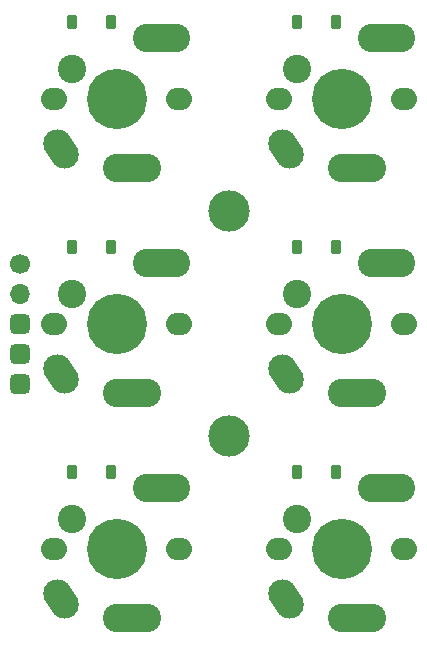
<source format=gbs>
G04 #@! TF.GenerationSoftware,KiCad,Pcbnew,7.0.5*
G04 #@! TF.CreationDate,2023-08-03T23:10:00+08:00*
G04 #@! TF.ProjectId,RB,52422e6b-6963-4616-945f-706362585858,rev?*
G04 #@! TF.SameCoordinates,Original*
G04 #@! TF.FileFunction,Soldermask,Bot*
G04 #@! TF.FilePolarity,Negative*
%FSLAX46Y46*%
G04 Gerber Fmt 4.6, Leading zero omitted, Abs format (unit mm)*
G04 Created by KiCad (PCBNEW 7.0.5) date 2023-08-03 23:10:00*
%MOMM*%
%LPD*%
G01*
G04 APERTURE LIST*
G04 Aperture macros list*
%AMRoundRect*
0 Rectangle with rounded corners*
0 $1 Rounding radius*
0 $2 $3 $4 $5 $6 $7 $8 $9 X,Y pos of 4 corners*
0 Add a 4 corners polygon primitive as box body*
4,1,4,$2,$3,$4,$5,$6,$7,$8,$9,$2,$3,0*
0 Add four circle primitives for the rounded corners*
1,1,$1+$1,$2,$3*
1,1,$1+$1,$4,$5*
1,1,$1+$1,$6,$7*
1,1,$1+$1,$8,$9*
0 Add four rect primitives between the rounded corners*
20,1,$1+$1,$2,$3,$4,$5,0*
20,1,$1+$1,$4,$5,$6,$7,0*
20,1,$1+$1,$6,$7,$8,$9,0*
20,1,$1+$1,$8,$9,$2,$3,0*%
%AMHorizOval*
0 Thick line with rounded ends*
0 $1 width*
0 $2 $3 position (X,Y) of the first rounded end (center of the circle)*
0 $4 $5 position (X,Y) of the second rounded end (center of the circle)*
0 Add line between two ends*
20,1,$1,$2,$3,$4,$5,0*
0 Add two circle primitives to create the rounded ends*
1,1,$1,$2,$3*
1,1,$1,$4,$5*%
%AMOutline4P*
0 Free polygon, 4 corners , with rotation*
0 The origin of the aperture is its center*
0 number of corners: always 4*
0 $1 to $8 corner X, Y*
0 $9 Rotation angle, in degrees counterclockwise*
0 create outline with 4 corners*
4,1,4,$1,$2,$3,$4,$5,$6,$7,$8,$1,$2,$9*%
G04 Aperture macros list end*
%ADD10O,2.200000X1.900000*%
%ADD11C,5.100000*%
%ADD12HorizOval,2.400000X-0.305164X0.457575X0.305164X-0.457575X0*%
%ADD13C,2.400000*%
%ADD14Outline4P,-1.150000X-1.200000X1.150000X-1.200000X1.150000X1.200000X-1.150000X1.200000X0.000000*%
%ADD15Outline4P,-1.200000X-1.200000X1.200000X-1.200000X1.200000X1.200000X-1.200000X1.200000X0.000000*%
%ADD16C,3.500000*%
%ADD17C,1.700000*%
%ADD18O,1.700000X1.700000*%
%ADD19RoundRect,0.425000X-0.425000X-0.425000X0.425000X-0.425000X0.425000X0.425000X-0.425000X0.425000X0*%
%ADD20RoundRect,0.225000X-0.225000X-0.375000X0.225000X-0.375000X0.225000X0.375000X-0.225000X0.375000X0*%
G04 APERTURE END LIST*
D10*
X136810000Y-54430000D03*
D11*
X142110000Y-54430000D03*
D10*
X147410000Y-54430000D03*
D12*
X137410000Y-58680000D03*
D13*
X138300000Y-51890000D03*
X142110000Y-60330000D03*
D14*
X143410000Y-60330000D03*
D13*
X144650000Y-49330000D03*
X144710000Y-60330000D03*
D15*
X145880000Y-49330000D03*
D13*
X147110000Y-49330000D03*
D10*
X117760000Y-54430000D03*
D11*
X123060000Y-54430000D03*
D10*
X128360000Y-54430000D03*
D12*
X118360000Y-58680000D03*
D13*
X119250000Y-51890000D03*
X123060000Y-60330000D03*
D14*
X124360000Y-60330000D03*
D13*
X125600000Y-49330000D03*
X125660000Y-60330000D03*
D15*
X126830000Y-49330000D03*
D13*
X128060000Y-49330000D03*
D16*
X132585000Y-83005000D03*
X132585000Y-63955000D03*
D10*
X117760000Y-92530000D03*
D11*
X123060000Y-92530000D03*
D10*
X128360000Y-92530000D03*
D12*
X118360000Y-96780000D03*
D13*
X119250000Y-89990000D03*
X123060000Y-98430000D03*
D14*
X124360000Y-98430000D03*
D13*
X125600000Y-87430000D03*
X125660000Y-98430000D03*
D15*
X126830000Y-87430000D03*
D13*
X128060000Y-87430000D03*
D10*
X136810000Y-73480000D03*
D11*
X142110000Y-73480000D03*
D10*
X147410000Y-73480000D03*
D12*
X137410000Y-77730000D03*
D13*
X138300000Y-70940000D03*
X142110000Y-79380000D03*
D14*
X143410000Y-79380000D03*
D13*
X144650000Y-68380000D03*
X144710000Y-79380000D03*
D15*
X145880000Y-68380000D03*
D13*
X147110000Y-68380000D03*
D10*
X136810000Y-92530000D03*
D11*
X142110000Y-92530000D03*
D10*
X147410000Y-92530000D03*
D12*
X137410000Y-96780000D03*
D13*
X138300000Y-89990000D03*
X142110000Y-98430000D03*
D14*
X143410000Y-98430000D03*
D13*
X144650000Y-87430000D03*
X144710000Y-98430000D03*
D15*
X145880000Y-87430000D03*
D13*
X147110000Y-87430000D03*
D10*
X117760000Y-73480000D03*
D11*
X123060000Y-73480000D03*
D10*
X128360000Y-73480000D03*
D12*
X118360000Y-77730000D03*
D13*
X119250000Y-70940000D03*
X123060000Y-79380000D03*
D14*
X124360000Y-79380000D03*
D13*
X125600000Y-68380000D03*
X125660000Y-79380000D03*
D15*
X126830000Y-68380000D03*
D13*
X128060000Y-68380000D03*
D17*
X114900000Y-68400000D03*
D18*
X114900000Y-70940000D03*
D19*
X114900000Y-73480000D03*
X114900000Y-76020000D03*
X114900000Y-78560000D03*
D20*
X119280000Y-66990000D03*
X122580000Y-66990000D03*
X138330000Y-86040000D03*
X141630000Y-86040000D03*
X119280000Y-86040000D03*
X122580000Y-86040000D03*
X119280000Y-47940000D03*
X122580000Y-47940000D03*
X138330000Y-66990000D03*
X141630000Y-66990000D03*
X138330000Y-47940000D03*
X141630000Y-47940000D03*
M02*

</source>
